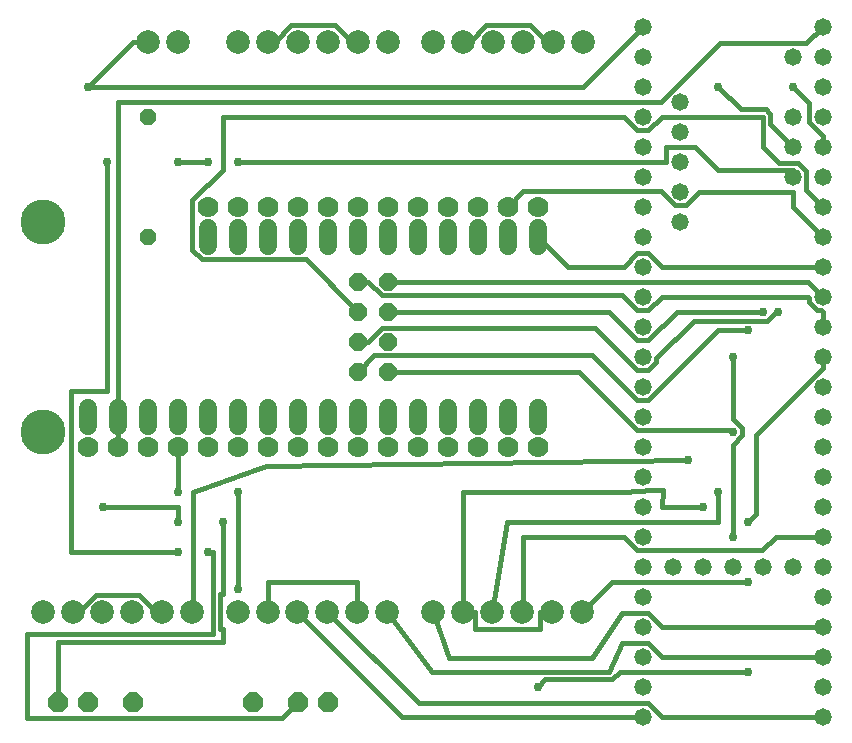
<source format=gbr>
G04 EAGLE Gerber X2 export*
G75*
%MOMM*%
%FSLAX34Y34*%
%LPD*%
%AMOC8*
5,1,8,0,0,1.08239X$1,22.5*%
G01*
%ADD10C,3.810000*%
%ADD11C,1.778000*%
%ADD12C,2.000000*%
%ADD13P,1.649562X8X292.500000*%
%ADD14C,1.524000*%
%ADD15C,1.473200*%
%ADD16P,1.429621X8X112.500000*%
%ADD17P,1.814519X8X22.500000*%
%ADD18C,0.203200*%
%ADD19C,0.406400*%
%ADD20C,0.756400*%


D10*
X25400Y508000D03*
X25400Y330200D03*
D11*
X165100Y520700D03*
X190500Y520700D03*
X215900Y520700D03*
X241300Y520700D03*
X266700Y520700D03*
X292100Y520700D03*
X317500Y520700D03*
X342900Y520700D03*
X368300Y520700D03*
X393700Y520700D03*
X419100Y520700D03*
X444500Y520700D03*
X165100Y317500D03*
X190500Y317500D03*
X215900Y317500D03*
X241300Y317500D03*
X266700Y317500D03*
X292100Y317500D03*
X317500Y317500D03*
X342900Y317500D03*
X368300Y317500D03*
X393700Y317500D03*
X419100Y317500D03*
X444500Y317500D03*
X139700Y317500D03*
X114300Y317500D03*
X88900Y317500D03*
X63500Y317500D03*
D12*
X482600Y660400D03*
X457200Y660400D03*
X432100Y660400D03*
X406700Y660400D03*
X381300Y660400D03*
X355900Y660400D03*
X317500Y660400D03*
X292100Y660400D03*
X267000Y660400D03*
X241600Y660400D03*
X216200Y660400D03*
X190800Y660400D03*
X25400Y177800D03*
X50800Y177800D03*
X75900Y177800D03*
X101300Y177800D03*
X126700Y177800D03*
X152100Y177800D03*
X190500Y177800D03*
X215900Y177800D03*
X241000Y177800D03*
X266400Y177800D03*
X291800Y177800D03*
X317200Y177800D03*
X355600Y177800D03*
X381000Y177800D03*
X406100Y177800D03*
X431500Y177800D03*
X456900Y177800D03*
X482300Y177800D03*
D13*
X292100Y457200D03*
X317500Y457200D03*
X292100Y431800D03*
X317500Y431800D03*
X292100Y406400D03*
X317500Y406400D03*
X292100Y381000D03*
X317500Y381000D03*
D14*
X63500Y350520D02*
X63500Y335280D01*
X88900Y335280D02*
X88900Y350520D01*
X114300Y350520D02*
X114300Y335280D01*
X139700Y335280D02*
X139700Y350520D01*
X165100Y350520D02*
X165100Y335280D01*
X190500Y335280D02*
X190500Y350520D01*
X215900Y350520D02*
X215900Y335280D01*
X241300Y335280D02*
X241300Y350520D01*
X266700Y350520D02*
X266700Y335280D01*
X292100Y335280D02*
X292100Y350520D01*
X317500Y350520D02*
X317500Y335280D01*
X342900Y335280D02*
X342900Y350520D01*
X368300Y350520D02*
X368300Y335280D01*
X393700Y335280D02*
X393700Y350520D01*
X419100Y350520D02*
X419100Y335280D01*
X444500Y335280D02*
X444500Y350520D01*
X444500Y487680D02*
X444500Y502920D01*
X419100Y502920D02*
X419100Y487680D01*
X393700Y487680D02*
X393700Y502920D01*
X368300Y502920D02*
X368300Y487680D01*
X342900Y487680D02*
X342900Y502920D01*
X317500Y502920D02*
X317500Y487680D01*
X292100Y487680D02*
X292100Y502920D01*
X266700Y502920D02*
X266700Y487680D01*
X241300Y487680D02*
X241300Y502920D01*
X215900Y502920D02*
X215900Y487680D01*
X190500Y487680D02*
X190500Y502920D01*
X165100Y502920D02*
X165100Y487680D01*
D12*
X139700Y660400D03*
X114300Y660400D03*
D15*
X533400Y622300D03*
X533400Y596900D03*
X533400Y571500D03*
X533400Y546100D03*
X533400Y520700D03*
X533400Y495300D03*
X533400Y469900D03*
X533400Y444500D03*
X533400Y419100D03*
X533400Y393700D03*
X533400Y368300D03*
X533400Y342900D03*
X685800Y342900D03*
X685800Y368300D03*
X685800Y393700D03*
X685800Y419100D03*
X685800Y444500D03*
X685800Y469900D03*
X685800Y495300D03*
X685800Y520700D03*
X685800Y546100D03*
X685800Y571500D03*
X685800Y596900D03*
X533400Y647700D03*
X685800Y622300D03*
X685800Y647700D03*
X533400Y673100D03*
X685800Y673100D03*
X533400Y317500D03*
X685800Y317500D03*
X533400Y292100D03*
X533400Y266700D03*
X533400Y241300D03*
X533400Y215900D03*
X533400Y190500D03*
X533400Y165100D03*
X533400Y139700D03*
X533400Y114300D03*
X533400Y88900D03*
X685800Y88900D03*
X685800Y114300D03*
X685800Y139700D03*
X685800Y165100D03*
X685800Y190500D03*
X685800Y215900D03*
X685800Y241300D03*
X685800Y266700D03*
X685800Y292100D03*
X558800Y215900D03*
X609600Y215900D03*
X635000Y215900D03*
X584200Y215900D03*
X660400Y215900D03*
X660400Y647700D03*
X660400Y596900D03*
X660400Y571500D03*
X660400Y546100D03*
X565150Y609600D03*
X565150Y584200D03*
X565150Y558800D03*
X565150Y533400D03*
X565150Y508000D03*
D16*
X114300Y495300D03*
X114300Y596900D03*
D17*
X38100Y101600D03*
X63500Y101600D03*
X241300Y101600D03*
X266700Y101600D03*
X101600Y101600D03*
X203200Y101600D03*
D18*
X139700Y342900D02*
X133096Y349504D01*
D19*
X482600Y622300D02*
X533400Y673100D01*
X482600Y622300D02*
X63500Y622300D01*
D20*
X63500Y622300D03*
D19*
X101600Y660400D01*
X114300Y660400D01*
D20*
X190500Y196718D03*
D19*
X190500Y279400D01*
D20*
X190500Y279400D03*
X139700Y279400D03*
D19*
X139700Y317500D01*
X88900Y317500D02*
X88900Y609600D01*
X548986Y609600D01*
X671830Y659130D02*
X685800Y673100D01*
X598516Y659130D02*
X548986Y609600D01*
X598516Y659130D02*
X671830Y659130D01*
D18*
X418592Y521208D02*
X410464Y521208D01*
X418592Y521208D02*
X419100Y520700D01*
D19*
X660400Y520700D02*
X685800Y495300D01*
X660400Y520700D02*
X660400Y533400D01*
X569885Y521970D02*
X560416Y521970D01*
X581315Y533400D02*
X660400Y533400D01*
X581315Y533400D02*
X569885Y521970D01*
X560416Y521970D02*
X548732Y533654D01*
X432054Y533654D01*
X419100Y520700D01*
X444500Y495300D02*
X469900Y469900D01*
X528666Y481330D02*
X538135Y481330D01*
X517236Y469900D02*
X469900Y469900D01*
X549565Y469900D02*
X685800Y469900D01*
X528666Y481330D02*
X517236Y469900D01*
X538135Y481330D02*
X549565Y469900D01*
X386811Y660400D02*
X381300Y660400D01*
X451990Y660400D02*
X457200Y660400D01*
X400875Y674464D02*
X386811Y660400D01*
X400875Y674464D02*
X437926Y674464D01*
X451990Y660400D01*
D20*
X444500Y114300D03*
X622300Y127000D03*
D19*
X450610Y120410D02*
X444500Y114300D01*
X513855Y127000D02*
X622300Y127000D01*
X507265Y120410D02*
X450610Y120410D01*
X507265Y120410D02*
X513855Y127000D01*
D20*
X609600Y241300D03*
X609600Y393700D03*
D19*
X617446Y333450D02*
X617446Y326950D01*
X609600Y319104D02*
X609600Y241300D01*
X609600Y341296D02*
X609600Y393700D01*
X617446Y326950D02*
X609600Y319104D01*
X617446Y333450D02*
X609600Y341296D01*
X221711Y660400D02*
X216200Y660400D01*
X286890Y660400D02*
X292100Y660400D01*
X235775Y674464D02*
X221711Y660400D01*
X235775Y674464D02*
X272826Y674464D01*
X286890Y660400D01*
X56011Y177800D02*
X50800Y177800D01*
X121190Y177800D02*
X126700Y177800D01*
X70075Y191864D02*
X56011Y177800D01*
X70075Y191864D02*
X107126Y191864D01*
X121190Y177800D01*
X152100Y177800D02*
X152400Y190800D01*
X152400Y279400D01*
X214630Y300990D01*
X571500Y306070D01*
D20*
X571500Y306070D03*
D19*
X215900Y203200D02*
X215900Y177800D01*
X215900Y203200D02*
X291800Y203200D01*
X291800Y177800D01*
X241000Y177800D02*
X329900Y88900D01*
X533400Y88900D01*
X549565Y88900D02*
X685800Y88900D01*
X549565Y88900D02*
X538135Y100330D01*
X343870Y100330D02*
X266400Y177800D01*
X343870Y100330D02*
X538135Y100330D01*
X355300Y127000D02*
X317200Y177800D01*
X515966Y151130D02*
X538135Y151130D01*
X504536Y127000D02*
X355300Y127000D01*
X549565Y139700D02*
X685800Y139700D01*
X515966Y151130D02*
X504536Y127000D01*
X538135Y151130D02*
X549565Y139700D01*
X538135Y176530D02*
X515966Y176530D01*
X549565Y165100D02*
X685800Y165100D01*
X549565Y165100D02*
X538135Y176530D01*
X490472Y138336D02*
X369664Y138336D01*
X490472Y138336D02*
X515966Y176530D01*
X369664Y138336D02*
X355600Y177800D01*
X381000Y177800D02*
X381000Y279400D01*
D20*
X584200Y266700D03*
D19*
X550835Y280670D02*
X541366Y280670D01*
X517236Y279400D02*
X381000Y279400D01*
X549565Y266700D02*
X584200Y266700D01*
X541366Y280670D02*
X517236Y279400D01*
X550835Y280670D02*
X549565Y266700D01*
X391020Y177800D02*
X381000Y177800D01*
X391020Y177800D02*
X391020Y162720D01*
X446580Y162720D02*
X446580Y177800D01*
X456900Y177800D01*
X446580Y162720D02*
X391020Y162720D01*
D20*
X596900Y279400D03*
D19*
X596900Y254000D01*
X418800Y254000D02*
X406100Y177800D01*
X418800Y254000D02*
X596900Y254000D01*
X431800Y178100D02*
X431500Y177800D01*
X431800Y178100D02*
X431800Y241300D01*
X517236Y241300D01*
X646096Y241300D02*
X685800Y241300D01*
X528666Y229870D02*
X517236Y241300D01*
X528666Y229870D02*
X634666Y229870D01*
X646096Y241300D01*
X507700Y203200D02*
X482300Y177800D01*
X507700Y203200D02*
X622300Y203200D01*
D20*
X622300Y203200D03*
X622300Y254000D03*
D19*
X628904Y260604D01*
X685800Y384465D02*
X685800Y393700D01*
X628904Y327569D02*
X628904Y260604D01*
X628904Y327569D02*
X685800Y384465D01*
X538135Y433070D02*
X528666Y433070D01*
X300976Y457200D02*
X292100Y457200D01*
X300976Y457200D02*
X312660Y445516D01*
X516220Y445516D02*
X528666Y433070D01*
X538135Y433070D02*
X549565Y444500D01*
X673100Y444500D01*
X516220Y445516D02*
X312660Y445516D01*
X685800Y431800D02*
X685800Y419100D01*
X674370Y443230D02*
X673100Y444500D01*
X674370Y443230D02*
X674370Y439766D01*
X681066Y433070D01*
X684530Y433070D01*
X685800Y431800D01*
X673100Y457200D02*
X317500Y457200D01*
X673100Y457200D02*
X685800Y444500D01*
X160260Y475996D02*
X152146Y484110D01*
X152146Y526066D01*
X177800Y551720D01*
X177800Y596900D01*
X247904Y475996D02*
X292100Y431800D01*
X247904Y475996D02*
X160260Y475996D01*
X528666Y585470D02*
X538135Y585470D01*
X517236Y596900D02*
X177800Y596900D01*
X549565Y596900D02*
X635000Y596900D01*
X528666Y585470D02*
X517236Y596900D01*
X538135Y585470D02*
X549565Y596900D01*
X635000Y596900D02*
X635000Y571500D01*
X665135Y557530D02*
X671830Y550835D01*
X648970Y557530D02*
X635000Y571500D01*
X671830Y534670D02*
X685800Y520700D01*
X665135Y557530D02*
X648970Y557530D01*
X671830Y550835D02*
X671830Y534670D01*
X538135Y382270D02*
X528666Y382270D01*
X538135Y382270D02*
X544830Y388966D01*
X300976Y406400D02*
X292100Y406400D01*
X300976Y406400D02*
X312660Y418084D01*
X544830Y392430D02*
X544830Y388966D01*
X492852Y418084D02*
X312660Y418084D01*
X492852Y418084D02*
X528666Y382270D01*
D20*
X647700Y431800D03*
D19*
X646096Y431800D01*
X638250Y423954D01*
X576354Y423954D01*
X544830Y392430D01*
D20*
X622300Y416108D03*
D19*
X538135Y356870D02*
X528666Y356870D01*
X305816Y394716D02*
X292100Y381000D01*
X305816Y394716D02*
X490820Y394716D01*
X528666Y356870D01*
X597373Y416108D02*
X622300Y416108D01*
X597373Y416108D02*
X538135Y356870D01*
D20*
X660400Y622300D03*
D19*
X674370Y608330D01*
X685800Y580736D02*
X685800Y571500D01*
X674370Y592166D02*
X674370Y608330D01*
X674370Y592166D02*
X685800Y580736D01*
D20*
X635000Y431800D03*
D19*
X538135Y407670D02*
X528666Y407670D01*
X504536Y431800D02*
X317500Y431800D01*
X562265Y431800D02*
X635000Y431800D01*
X528666Y407670D02*
X504536Y431800D01*
X538135Y407670D02*
X562265Y431800D01*
D20*
X609600Y330200D03*
D19*
X479136Y381000D02*
X317500Y381000D01*
X608330Y331470D02*
X609600Y330200D01*
X528666Y331470D02*
X479136Y381000D01*
X528666Y331470D02*
X608330Y331470D01*
D20*
X165100Y228600D03*
D19*
X169324Y228600D01*
X169324Y158496D01*
X11938Y158496D02*
X11938Y88138D01*
X11938Y158496D02*
X169324Y158496D01*
D20*
X139700Y228600D03*
X79982Y558800D03*
D19*
X79982Y364236D01*
X49530Y364236D01*
X49530Y228600D01*
X139700Y228600D01*
D20*
X139700Y558800D03*
D19*
X165100Y558800D01*
D20*
X165100Y558800D03*
X190500Y558800D03*
D19*
X552704Y558800D01*
X552704Y571246D01*
X577596Y571246D01*
X660400Y551434D02*
X660400Y546100D01*
X597408Y551434D02*
X577596Y571246D01*
X597408Y551434D02*
X660400Y551434D01*
X241300Y101600D02*
X227838Y88138D01*
X11938Y88138D01*
D20*
X596900Y622300D03*
D19*
X637525Y602996D02*
X641096Y599425D01*
X641096Y590804D02*
X660400Y571500D01*
X641096Y590804D02*
X641096Y599425D01*
X637525Y602996D02*
X616204Y602996D01*
X596900Y622300D01*
D20*
X76200Y266700D03*
D19*
X139700Y266700D01*
X139700Y254000D01*
D20*
X139700Y254000D03*
X177800Y254000D03*
D19*
X177800Y192880D01*
X175420Y192880D01*
X175420Y162720D01*
X177800Y162720D01*
X177800Y152400D01*
X38100Y152400D02*
X38100Y101600D01*
X38100Y152400D02*
X177800Y152400D01*
M02*

</source>
